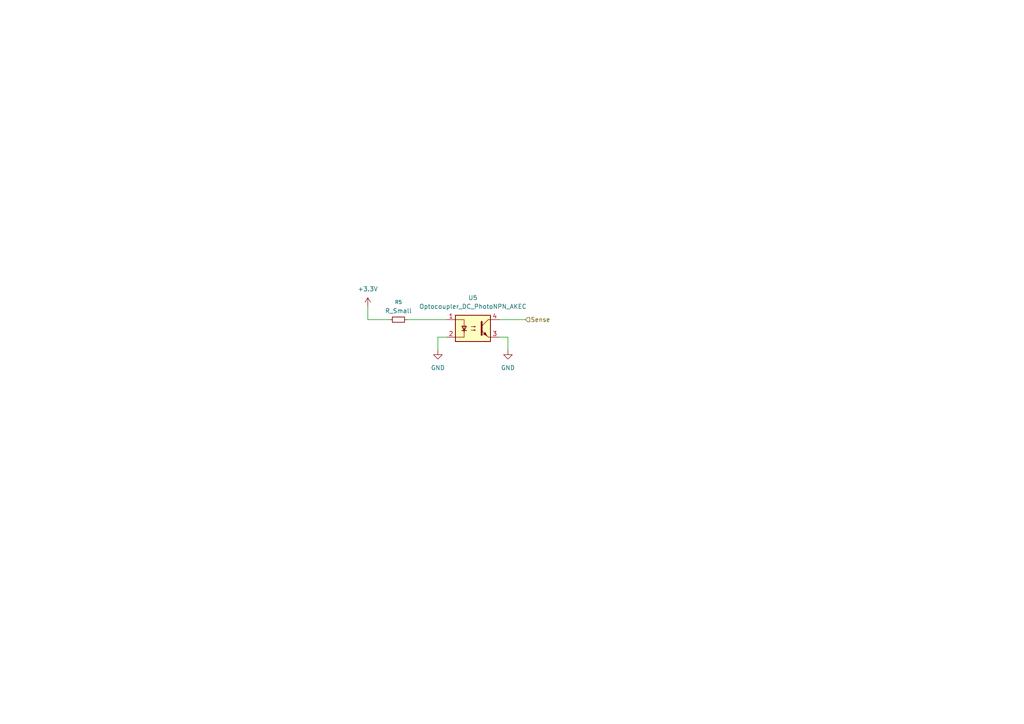
<source format=kicad_sch>
(kicad_sch (version 20250114) (generator "eeschema") (generator_version "9.0")
  (paper "A4")
  (lib_symbols
    (symbol "Device:R_Small" (pin_numbers (hide yes)) (pin_names (offset 0.254) (hide yes))
      (property "Reference" "R" (at 0 0 90))
      (property "Value" "R_Small" (at 1.778 0 90))
      (symbol "R_Small_0_1"
        (rectangle (start -0.762 1.778) (end 0.762 -1.778) (stroke (width 0.2032)))
      )
      (symbol "R_Small_1_1"
        (pin passive line (at 0 2.54 270) (length 0.762) (name "~") (number "1"))
        (pin passive line (at 0 -2.54 90) (length 0.762) (name "~") (number "2"))
      )
    )
    (symbol "Isolator:Optocoupler_DC_PhotoNPN_AKEC"
      (property "Reference" "U" (at -5.08 5.08 0))
      (property "Value" "Optocoupler_DC_PhotoNPN_AKEC" (at 0 5.08 0))
      (symbol "Optocoupler_DC_PhotoNPN_AKEC_0_1"
        (rectangle (start -5.08 3.81) (end 5.08 -3.81) (stroke (width 0.254)) (fill (type background)))
        (polyline (pts (xy -5.08 2.54) (xy -2.54 2.54) (xy -2.54 -1.27) (xy -2.54 0.635)))
        (polyline (pts (xy -3.175 -0.635) (xy -1.905 -0.635)) (stroke (width 0.254)))
        (polyline (pts (xy -2.54 -0.635) (xy -2.54 -2.54) (xy -5.08 -2.54)))
        (polyline (pts (xy -2.54 -0.635) (xy -3.175 0.635) (xy -1.905 0.635) (xy -2.54 -0.635)) (stroke (width 0.254)))
        (polyline (pts (xy -0.508 0.508) (xy 0.762 0.508) (xy 0.381 0.381) (xy 0.381 0.635) (xy 0.762 0.508)))
        (polyline (pts (xy -0.508 -0.508) (xy 0.762 -0.508) (xy 0.381 -0.635) (xy 0.381 -0.381) (xy 0.762 -0.508)))
        (polyline (pts (xy 2.54 1.905) (xy 2.54 -1.905)) (stroke (width 0.508)))
        (polyline (pts (xy 2.54 0.635) (xy 4.445 2.54)))
        (polyline (pts (xy 3.048 -1.651) (xy 3.556 -1.143) (xy 4.064 -2.159) (xy 3.048 -1.651)) (fill (type outline)))
        (polyline (pts (xy 4.445 2.54) (xy 5.08 2.54)))
        (polyline (pts (xy 4.445 -2.54) (xy 2.54 -0.635)) (fill (type outline)))
        (polyline (pts (xy 4.445 -2.54) (xy 5.08 -2.54)))
      )
      (symbol "Optocoupler_DC_PhotoNPN_AKEC_1_1"
        (pin passive line (at -7.62 2.54 0) (length 2.54) (name "~") (number "1"))
        (pin passive line (at -7.62 -2.54 0) (length 2.54) (name "~") (number "2"))
        (pin passive line (at 7.62 2.54 180) (length 2.54) (name "~") (number "4"))
        (pin passive line (at 7.62 -2.54 180) (length 2.54) (name "~") (number "3"))
      )
    )
    (symbol "power:+3.3V" (power) (pin_numbers (hide yes)) (pin_names (offset 0) (hide yes))
      (property "Value" "+3.3V" (at 0 3.556 0))
      (symbol "+3.3V_0_1"
        (polyline (pts (xy -0.762 1.27) (xy 0 2.54)))
        (polyline (pts (xy 0 2.54) (xy 0.762 1.27)))
        (polyline (pts (xy 0 0) (xy 0 2.54)))
      )
      (symbol "+3.3V_1_1"
        (pin power_in line (at 0 0 90) (length 0) (name "~") (number "1"))
      )
    )
    (symbol "power:GND" (power) (pin_numbers (hide yes)) (pin_names (offset 0) (hide yes))
      (property "Value" "GND" (at 0 -3.81 0))
      (symbol "GND_0_1"
        (polyline (pts (xy 0 0) (xy 0 -1.27) (xy 1.27 -1.27) (xy 0 -2.54) (xy -1.27 -1.27) (xy 0 -1.27)))
      )
      (symbol "GND_1_1"
        (pin power_in line (at 0 0 270) (length 0) (name "~") (number "1"))
      )
    )
  )
  (wire (pts (xy 147.32 101.6) (xy 147.32 97.79)))
  (wire (pts (xy 106.68 92.71) (xy 113.03 92.71)))
  (wire (pts (xy 106.68 88.9) (xy 106.68 92.71)))
  (wire (pts (xy 144.78 92.71) (xy 152.4 92.71)))
  (wire (pts (xy 118.11 92.71) (xy 129.54 92.71)))
  (wire (pts (xy 147.32 97.79) (xy 144.78 97.79)))
  (wire (pts (xy 127 97.79) (xy 127 101.6)))
  (wire (pts (xy 129.54 97.79) (xy 127 97.79)))
  (hierarchical_label "Sense" (shape input) (at 152.4 92.71 0))
  (symbol (lib_id "power:GND") (at 127 101.6 0) (unit 1)
    (property "Reference" "#PWR" (effects (hide yes)))
    (property "Value" "GND" (at 127 106.68 0))
    (property "Description" "Power symbol creates a global label with name \"GND\" , ground" (effects (hide yes)))
    (instances (project "StenoStroker" (path "" (reference "#PWR014") (unit 1)) (path "" (reference "#PWR047") (unit 1)) (path "" (reference "#PWR050") (unit 1)) (path "" (reference "#PWR071") (unit 1)) (path "" (reference "#PWR062") (unit 1)) (path "" (reference "#PWR041") (unit 1)) (path "" (reference "#PWR023") (unit 1)) (path "" (reference "#PWR011") (unit 1)) (path "" (reference "#PWR026") (unit 1)) (path "" (reference "#PWR044") (unit 1)) (path "" (reference "#PWR020") (unit 1)) (path "" (reference "#PWR038") (unit 1)) (path "" (reference "#PWR053") (unit 1)) (path "" (reference "#PWR017") (unit 1)) (path "" (reference "#PWR05") (unit 1)) (path "" (reference "#PWR032") (unit 1)) (path "" (reference "#PWR059") (unit 1)) (path "" (reference "#PWR08") (unit 1)) (path "" (reference "#PWR056") (unit 1)) (path "" (reference "#PWR029") (unit 1)) (path "" (reference "#PWR065") (unit 1)) (path "" (reference "#PWR068") (unit 1)) (path "" (reference "#PWR035") (unit 1))))
  )
  (symbol (lib_id "Isolator:Optocoupler_DC_PhotoNPN_AKEC") (at 137.16 95.25 0) (unit 1)
    (property "Reference" "U1" (at 137.16 86.36 0))
    (property "Value" "Optocoupler_DC_PhotoNPN_AKEC" (at 137.16 88.9 0))
    (property "Description" "Generic DC optocoupler with NPN phototransistor output, pins order: anode/cathode/emitter/collector" (effects (hide yes)))
    (instances (project "StenoStroker" (path "" (reference "U5") (unit 1)) (path "" (reference "U16") (unit 1)) (path "" (reference "U1") (unit 1)) (path "" (reference "U17") (unit 1)) (path "" (reference "U24") (unit 1)) (path "" (reference "U21") (unit 1)) (path "" (reference "U14") (unit 1)) (path "" (reference "U8") (unit 1)) (path "" (reference "U4") (unit 1)) (path "" (reference "U9") (unit 1)) (path "" (reference "U15") (unit 1)) (path "" (reference "U7") (unit 1)) (path "" (reference "U13") (unit 1)) (path "" (reference "U18") (unit 1)) (path "" (reference "U6") (unit 1)) (path "" (reference "U2") (unit 1)) (path "" (reference "U11") (unit 1)) (path "" (reference "U20") (unit 1)) (path "" (reference "U3") (unit 1)) (path "" (reference "U19") (unit 1)) (path "" (reference "U10") (unit 1)) (path "" (reference "U22") (unit 1)) (path "" (reference "U23") (unit 1)) (path "" (reference "U12") (unit 1))))
  )
  (symbol (lib_id "power:GND") (at 147.32 101.6 0) (unit 1)
    (property "Reference" "#PWR02" (effects (hide yes)))
    (property "Value" "GND" (at 147.32 106.68 0))
    (property "Description" "Power symbol creates a global label with name \"GND\" , ground" (effects (hide yes)))
    (instances (project "StenoStroker" (path "" (reference "#PWR015") (unit 1)) (path "" (reference "#PWR048") (unit 1)) (path "" (reference "#PWR02") (unit 1)) (path "" (reference "#PWR051") (unit 1)) (path "" (reference "#PWR072") (unit 1)) (path "" (reference "#PWR063") (unit 1)) (path "" (reference "#PWR042") (unit 1)) (path "" (reference "#PWR024") (unit 1)) (path "" (reference "#PWR012") (unit 1)) (path "" (reference "#PWR027") (unit 1)) (path "" (reference "#PWR045") (unit 1)) (path "" (reference "#PWR021") (unit 1)) (path "" (reference "#PWR039") (unit 1)) (path "" (reference "#PWR054") (unit 1)) (path "" (reference "#PWR018") (unit 1)) (path "" (reference "#PWR06") (unit 1)) (path "" (reference "#PWR033") (unit 1)) (path "" (reference "#PWR060") (unit 1)) (path "" (reference "#PWR09") (unit 1)) (path "" (reference "#PWR057") (unit 1)) (path "" (reference "#PWR030") (unit 1)) (path "" (reference "#PWR066") (unit 1)) (path "" (reference "#PWR069") (unit 1)) (path "" (reference "#PWR036") (unit 1))))
  )
  (symbol (lib_id "Device:R_Small") (at 115.57 92.71 90) (unit 1)
    (property "Reference" "R" (at 115.57 87.63 90) (effects (font (size 1.016 1.016))))
    (property "Value" "R_Small" (at 115.57 90.17 90))
    (property "Footprint" "Resistor_SMD:R_0805_2012Metric" (effects (hide yes)))
    (property "Description" "Resistor, small symbol" (effects (hide yes)))
    (instances (project "StenoStroker" (path "" (reference "R5") (unit 1)) (path "" (reference "R16") (unit 1)) (path "" (reference "R17") (unit 1)) (path "" (reference "R24") (unit 1)) (path "" (reference "R21") (unit 1)) (path "" (reference "R14") (unit 1)) (path "" (reference "R8") (unit 1)) (path "" (reference "R4") (unit 1)) (path "" (reference "R9") (unit 1)) (path "" (reference "R15") (unit 1)) (path "" (reference "R7") (unit 1)) (path "" (reference "R13") (unit 1)) (path "" (reference "R18") (unit 1)) (path "" (reference "R6") (unit 1)) (path "" (reference "R2") (unit 1)) (path "" (reference "R11") (unit 1)) (path "" (reference "R20") (unit 1)) (path "" (reference "R3") (unit 1)) (path "" (reference "R19") (unit 1)) (path "" (reference "R10") (unit 1)) (path "" (reference "R22") (unit 1)) (path "" (reference "R23") (unit 1)) (path "" (reference "R12") (unit 1))))
  )
  (symbol (lib_id "power:+3.3V") (at 106.68 88.9 0) (unit 1)
    (property "Reference" "#PWR" (effects (hide yes)))
    (property "Value" "+3.3V" (at 106.68 83.82 0))
    (property "Description" "Power symbol creates a global label with name \"+3.3V\"" (effects (hide yes)))
    (instances (project "StenoStroker" (path "" (reference "#PWR013") (unit 1)) (path "" (reference "#PWR046") (unit 1)) (path "" (reference "#PWR049") (unit 1)) (path "" (reference "#PWR070") (unit 1)) (path "" (reference "#PWR061") (unit 1)) (path "" (reference "#PWR040") (unit 1)) (path "" (reference "#PWR022") (unit 1)) (path "" (reference "#PWR010") (unit 1)) (path "" (reference "#PWR025") (unit 1)) (path "" (reference "#PWR043") (unit 1)) (path "" (reference "#PWR019") (unit 1)) (path "" (reference "#PWR037") (unit 1)) (path "" (reference "#PWR052") (unit 1)) (path "" (reference "#PWR016") (unit 1)) (path "" (reference "#PWR04") (unit 1)) (path "" (reference "#PWR031") (unit 1)) (path "" (reference "#PWR058") (unit 1)) (path "" (reference "#PWR07") (unit 1)) (path "" (reference "#PWR055") (unit 1)) (path "" (reference "#PWR028") (unit 1)) (path "" (reference "#PWR064") (unit 1)) (path "" (reference "#PWR067") (unit 1)) (path "" (reference "#PWR034") (unit 1))))
  )
)
</source>
